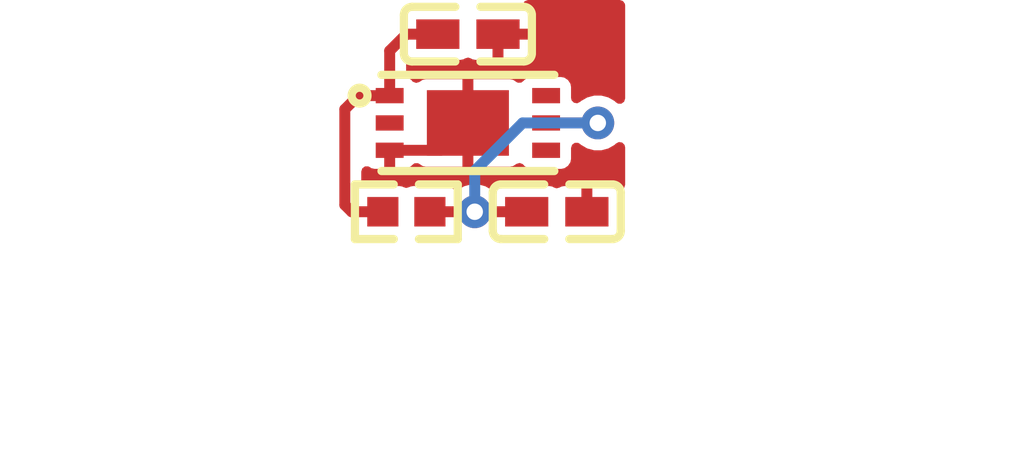
<source format=kicad_pcb>
(kicad_pcb (version 20241229) (generator "pcbnew") (generator_version "9.0")
  (layers (0 "F.Cu" signal) (2 "B.Cu" signal) (13 "F.Paste" user) (15 "B.Paste" user) (5 "F.SilkS" user "F.Silkscreen") (7 "B.SilkS" user "B.Silkscreen") (1 "F.Mask" user) (3 "B.Mask" user) (25 "Edge.Cuts" user))
  (net 0 "")
  (net 1 "SDA")
  (net 2 "gnd")
  (net 3 "DVI")
  (net 4 "SCL")
  (net 5 "ADDR")
  (net 6 "VCC")
  (footprint "UNI_ROYAL_0402WGF1001TCE:R0402" (layer "F.Cu") (at -1.125 1.625 0)
    (property "Reference" "R1" (hide yes))
    (property "Value" "1kΩ ±1% 62.5mW")
    (fp_line (start -0.94 -0.5) (end -0.23 -0.5) (stroke (width 0.15)) (layer "F.SilkS"))
    (fp_line (start -0.94 0.5) (end -0.94 -0.5) (stroke (width 0.15)) (layer "F.SilkS"))
    (fp_line (start -0.23 0.5) (end -0.94 0.5) (stroke (width 0.15)) (layer "F.SilkS"))
    (fp_line (start 0.23 0.5) (end 0.94 0.5) (stroke (width 0.15)) (layer "F.SilkS"))
    (fp_line (start 0.94 -0.5) (end 0.23 -0.5) (stroke (width 0.15)) (layer "F.SilkS"))
    (fp_line (start 0.94 0.5) (end 0.94 -0.5) (stroke (width 0.15)) (layer "F.SilkS"))
    (pad "1" smd rect (at -0.43 0 0) (size 0.57 0.54) (layers "F.Cu" "F.Mask" "F.Paste") (net 6 "VCC"))
    (pad "2" smd rect (at 0.43 0 0) (size 0.57 0.54) (layers "F.Cu" "F.Mask" "F.Paste") (net 3 "DVI"))
  )
  (footprint "Samsung_Electro_Mechanics_CL05B104KO5NNNC:C0402" (layer "F.Cu") (at 0 -1.625 0)
    (property "Reference" "C1" (hide yes))
    (property "Value" "100nF ±10% 16V X7R")
    (fp_line (start -1.17 0.35) (end -1.17 -0.35) (stroke (width 0.15)) (layer "F.SilkS"))
    (fp_line (start -1.02 -0.5) (end -0.23 -0.5) (stroke (width 0.15)) (layer "F.SilkS"))
    (fp_line (start -0.23 0.5) (end -1.02 0.5) (stroke (width 0.15)) (layer "F.SilkS"))
    (fp_line (start 0.23 0.5) (end 1.02 0.5) (stroke (width 0.15)) (layer "F.SilkS"))
    (fp_line (start 1.02 -0.5) (end 0.23 -0.5) (stroke (width 0.15)) (layer "F.SilkS"))
    (fp_line (start 1.17 0.35) (end 1.17 -0.35) (stroke (width 0.15)) (layer "F.SilkS"))
    (fp_arc (start -1.17 -0.35) (mid -1.126066 -0.456066) (end -1.02 -0.5) (stroke (width 0.15)) (layer "F.SilkS"))
    (fp_arc (start -1.02 0.5) (mid -1.126066 0.456066) (end -1.17 0.35) (stroke (width 0.15)) (layer "F.SilkS"))
    (fp_arc (start 1.02 -0.5) (mid 1.126066 -0.456066) (end 1.17 -0.35) (stroke (width 0.15)) (layer "F.SilkS"))
    (fp_arc (start 1.17 0.35) (mid 1.126066 0.456066) (end 1.02 0.5) (stroke (width 0.15)) (layer "F.SilkS"))
    (pad "1" smd rect (at -0.55 0 0) (size 0.79 0.54) (layers "F.Cu" "F.Mask" "F.Paste") (net 6 "VCC"))
    (pad "2" smd rect (at 0.55 0 0) (size 0.79 0.54) (layers "F.Cu" "F.Mask" "F.Paste") (net 2 "gnd"))
  )
  (footprint "ROHM_Semicon_BH1750FVI_TR:WSOF-6_L2.6-W1.6-P0.50-TL-EP" (layer "F.Cu") (at 0 0 0)
    (property "Reference" "U1" (hide yes))
    (property "Value" "")
    (fp_line (start -1.58 -0.88) (end 1.58 -0.88) (stroke (width 0.15)) (layer "F.SilkS"))
    (fp_line (start -1.58 0.88) (end 1.58 0.88) (stroke (width 0.15)) (layer "F.SilkS"))
    (fp_circle (center -1.98 -0.5) (end -1.91 -0.5) (stroke (width 0.15)) (fill no) (layer "F.SilkS"))
    (pad "1" smd rect (at -1.43 -0.5 0) (size 0.51 0.28) (layers "F.Cu" "F.Mask" "F.Paste") (net 6 "VCC"))
    (pad "2" smd rect (at -1.43 0 0) (size 0.51 0.28) (layers "F.Cu" "F.Mask" "F.Paste") (net 5 "ADDR"))
    (pad "3" smd rect (at -1.43 0.5 0) (size 0.51 0.28) (layers "F.Cu" "F.Mask" "F.Paste") (net 2 "gnd"))
    (pad "4" smd rect (at 1.43 0.5 0) (size 0.51 0.28) (layers "F.Cu" "F.Mask" "F.Paste") (net 1 "SDA"))
    (pad "5" smd rect (at 1.43 0 0) (size 0.51 0.28) (layers "F.Cu" "F.Mask" "F.Paste") (net 3 "DVI"))
    (pad "6" smd rect (at 1.43 -0.5 0) (size 0.51 0.28) (layers "F.Cu" "F.Mask" "F.Paste") (net 4 "SCL"))
    (pad "7" smd rect (at 0 0 0) (size 1.5 1.2) (layers "F.Cu" "F.Mask" "F.Paste") (net 2 "gnd"))
  )
  (footprint "Samsung_Electro_Mechanics_CL05B104KO5NNNC:C0402" (layer "F.Cu") (at 1.625 1.625 0)
    (property "Reference" "C2" (hide yes))
    (property "Value" "100nF ±10% 16V X7R")
    (fp_line (start -1.17 0.35) (end -1.17 -0.35) (stroke (width 0.15)) (layer "F.SilkS"))
    (fp_line (start -1.02 -0.5) (end -0.23 -0.5) (stroke (width 0.15)) (layer "F.SilkS"))
    (fp_line (start -0.23 0.5) (end -1.02 0.5) (stroke (width 0.15)) (layer "F.SilkS"))
    (fp_line (start 0.23 0.5) (end 1.02 0.5) (stroke (width 0.15)) (layer "F.SilkS"))
    (fp_line (start 1.02 -0.5) (end 0.23 -0.5) (stroke (width 0.15)) (layer "F.SilkS"))
    (fp_line (start 1.17 0.35) (end 1.17 -0.35) (stroke (width 0.15)) (layer "F.SilkS"))
    (fp_arc (start -1.17 -0.35) (mid -1.126066 -0.456066) (end -1.02 -0.5) (stroke (width 0.15)) (layer "F.SilkS"))
    (fp_arc (start -1.02 0.5) (mid -1.126066 0.456066) (end -1.17 0.35) (stroke (width 0.15)) (layer "F.SilkS"))
    (fp_arc (start 1.02 -0.5) (mid 1.126066 -0.456066) (end 1.17 -0.35) (stroke (width 0.15)) (layer "F.SilkS"))
    (fp_arc (start 1.17 0.35) (mid 1.126066 0.456066) (end 1.02 0.5) (stroke (width 0.15)) (layer "F.SilkS"))
    (pad "1" smd rect (at -0.55 0 0) (size 0.79 0.54) (layers "F.Cu" "F.Mask" "F.Paste") (net 3 "DVI"))
    (pad "2" smd rect (at 0.55 0 0) (size 0.79 0.54) (layers "F.Cu" "F.Mask" "F.Paste") (net 2 "gnd"))
  )
  (via (at 2.375 0) (size 0.6) (drill 0.3) (layers "F.Cu" "B.Cu") (net 3))
  (via (at 0.125 1.625) (size 0.6) (drill 0.3) (layers "F.Cu" "B.Cu") (net 3))
  (zone (net 2) (net_name "gnd") (layers "F.Cu") (connect_pads (clearance 0.2)) (min_thickness 0.2) (fill yes (thermal_gap 0.2) (thermal_bridge_width 0.2))
    (polygon (pts (xy -2.375 -2.25) (xy -2.375 2.125) (xy 2.875 2.125) (xy 2.875 -2.25)))
  )
  (segment (start -1.43 0.5) (end -0.5 0.5) (width 0.2) (net 2) (layer "F.Cu"))
  (segment (start -0.5 0.5) (end 0 0) (width 0.2) (net 2) (layer "F.Cu"))
  (segment (start 0.125 1.625) (end 1.075 1.625) (width 0.2) (net 3) (layer "F.Cu"))
  (segment (start 0.125 1.625) (end -0.695 1.625) (width 0.2) (net 3) (layer "F.Cu"))
  (segment (start 1.43 0) (end 2.125 0) (width 0.2) (net 3) (layer "F.Cu"))
  (segment (start 2.125 0) (end 2.375 0) (width 0.2) (net 3) (layer "F.Cu"))
  (segment (start 1 0) (end 2.375 0) (width 0.2) (net 3) (layer "B.Cu"))
  (segment (start 0.125 1.625) (end 0.125 0.875) (width 0.2) (net 3) (layer "B.Cu"))
  (segment (start 0.125 0.875) (end 1 0) (width 0.2) (net 3) (layer "B.Cu"))
  (segment (start -2 -0.5) (end -1.43 -0.5) (width 0.2) (net 6) (layer "F.Cu"))
  (segment (start -2.25 -0.25) (end -2 -0.5) (width 0.2) (net 6) (layer "F.Cu"))
  (segment (start -1.555 1.625) (end -2.125 1.625) (width 0.2) (net 6) (layer "F.Cu"))
  (segment (start -1.125 -1.625) (end -1.43 -1.32) (width 0.2) (net 6) (layer "F.Cu"))
  (segment (start -0.55 -1.625) (end -1.125 -1.625) (width 0.2) (net 6) (layer "F.Cu"))
  (segment (start -2.125 1.625) (end -2.25 1.5) (width 0.2) (net 6) (layer "F.Cu"))
  (segment (start -2.25 1.5) (end -2.25 -0.25) (width 0.2) (net 6) (layer "F.Cu"))
  (segment (start -1.43 -1.32) (end -1.43 -0.5) (width 0.2) (net 6) (layer "F.Cu"))
)
</source>
